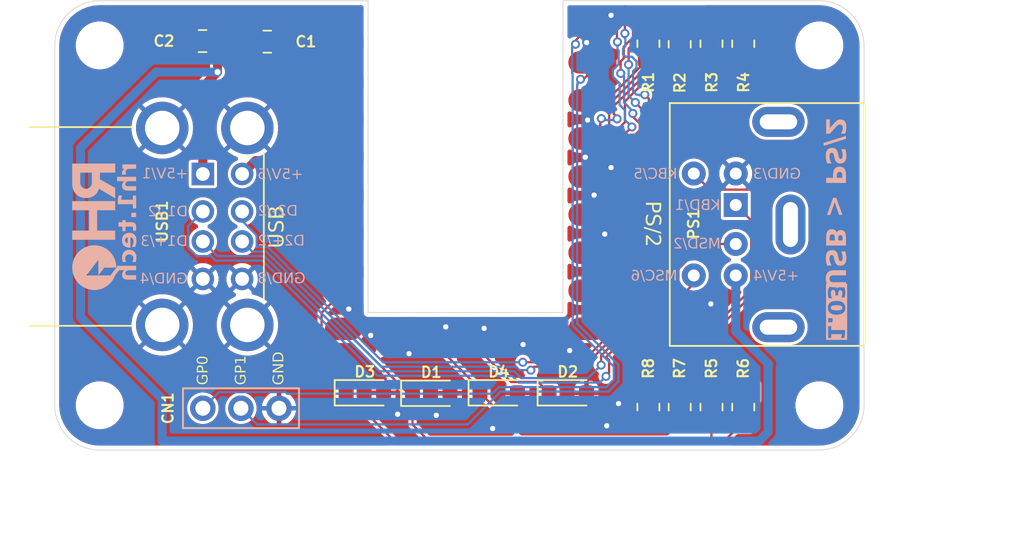
<source format=kicad_pcb>
(kicad_pcb (version 20241229) (generator "pcbnew") (generator_version "9.0")
  (title_block (title "USB to PS/2 Adapter") (date "2025-03-09") (rev "1.03") (company "Mikhail Matveev") (comment 1 "https://github.com/xtremespb/frank"))
  (layers (0 "F.Cu" signal) (2 "B.Cu" signal) (13 "F.Paste" user) (15 "B.Paste" user) (5 "F.SilkS" user "F.Silkscreen") (7 "B.SilkS" user "B.Silkscreen") (1 "F.Mask" user) (3 "B.Mask" user) (25 "Edge.Cuts" user))
  (net 0 "")
  (net 1 "VBUS")
  (net 2 "GND")
  (net 3 "/GPIO0")
  (net 4 "/GPIO1")
  (net 5 "/GPIO11")
  (net 6 "/GPIO12")
  (net 7 "/GPIO14")
  (net 8 "/GPIO15")
  (net 9 "/PS2 with Diodes/KB_CLK")
  (net 10 "/PS2 with Diodes/MS_CLK")
  (net 11 "/PS2 with Diodes/KB_DATA")
  (net 12 "/PS2 with Diodes/MS_DATA")
  (net 13 "/GPIO2")
  (net 14 "Net-(USB1-D1+)")
  (net 15 "Net-(USB1-D2+)")
  (net 16 "/GPIO4")
  (net 17 "Net-(USB1-D1-)")
  (net 18 "/GPIO3")
  (net 19 "Net-(USB1-D2-)")
  (net 20 "/GPIO5")
  (net 21 "/RP Zero/GPIO27")
  (net 22 "/RP Zero/GPIO28")
  (net 23 "/RP Zero/GPIO7")
  (net 24 "/RP Zero/GPIO26")
  (net 25 "/RP Zero/GPIO9")
  (net 26 "/RP Zero/GPIO29")
  (net 27 "/RP Zero/GPIO13")
  (net 28 "/RP Zero/GPIO8")
  (net 29 "/RP Zero/GPIO6")
  (net 30 "/RP Zero/GPIO10")
  (net 31 "/RP Zero/3V3")
  (footprint "FRANK:Diode (SOD-323)" (layer "F.Cu") (at 148.35 55.26)
    (property "Reference" "D3")
    (property "Value" "3V3")
  )
  (footprint "FRANK:Diode (SOD-323)" (layer "F.Cu") (at 152.78 55.29)
    (property "Reference" "D1")
    (property "Value" "3V3")
  )
  (footprint "FRANK:Resistor (0805)" (layer "F.Cu") (at 167.27 31.97 90)
    (property "Reference" "R1")
    (property "Value" "22R")
  )
  (footprint "FRANK:Diode (SOD-323)" (layer "F.Cu") (at 161.89 55.26)
    (property "Reference" "D2")
    (property "Value" "3V3")
  )
  (footprint "FRANK:Resistor (0805)" (layer "F.Cu") (at 171.48 56.21 -90)
    (property "Reference" "R5")
    (property "Value" "100R")
  )
  (footprint "FRANK:Resistor (0805)" (layer "F.Cu") (at 169.36 32 90)
    (property "Reference" "R2")
    (property "Value" "22R")
  )
  (footprint "FRANK:Mounting Hole (2.7mm)" (layer "F.Cu") (at 178.68 56.09)
    (property "Reference" "H4" (hide yes))
    (property "Value" "MountingHole" (hide yes))
  )
  (footprint "FRANK:Mounting Hole (2.7mm)" (layer "F.Cu") (at 130.66 32.08)
    (property "Reference" "H1" (hide yes))
    (property "Value" "MountingHole" (hide yes))
  )
  (footprint "FRANK:Pin Header (1x03)" (layer "F.Cu") (at 137.542316 56.29 90)
    (property "Reference" "CN1")
    (property "Value" "UART")
  )
  (footprint "FRANK:Capacitor (0805)" (layer "F.Cu") (at 141.8425 31.83)
    (property "Reference" "C1")
    (property "Value" "10u")
  )
  (footprint "FRANK:Resistor (0805)" (layer "F.Cu") (at 171.48 31.97 90)
    (property "Reference" "R3")
    (property "Value" "22R")
  )
  (footprint "FRANK:Resistor (0805)" (layer "F.Cu") (at 173.6 31.97 90)
    (property "Reference" "R4")
    (property "Value" "22R")
  )
  (footprint "FRANK:Mounting Hole (2.7mm)" (layer "F.Cu") (at 178.68 32.08)
    (property "Reference" "H3" (hide yes))
    (property "Value" "MountingHole" (hide yes))
  )
  (footprint "FRANK:Capacitor (0805)" (layer "F.Cu") (at 137.5225 31.79 180)
    (property "Reference" "C2")
    (property "Value" "10u")
  )
  (footprint "FRANK:Resistor (0805)" (layer "F.Cu") (at 169.36 56.21 -90)
    (property "Reference" "R7")
    (property "Value" "100R")
  )
  (footprint "FRANK:MiniDIN (6 Pin, female)" (layer "F.Cu") (at 173.1 42.73 90)
    (property "Reference" "PS1")
    (property "Value" "PS/2")
  )
  (footprint "FRANK:Diode (SOD-323)" (layer "F.Cu") (at 157.2825 55.26)
    (property "Reference" "D4")
    (property "Value" "3V3")
  )
  (footprint "FRANK:Resistor (0805)" (layer "F.Cu") (at 173.6 56.21 -90)
    (property "Reference" "R6")
    (property "Value" "100R")
  )
  (footprint "FRANK:Resistor (0805)" (layer "F.Cu") (at 167.27 56.21 -90)
    (property "Reference" "R8")
    (property "Value" "100R")
  )
  (footprint "FRANK:USB Type A (stacked)" (layer "F.Cu") (at 137.542316 40.659998)
    (property "Reference" "USB1")
    (property "Value" "USB_A_Stacked" (hide yes))
  )
  (footprint "FRANK:Raspberry Pi Zero (on board)" (layer "F.Cu") (at 155.06 40.83)
    (property "Reference" "RP1" (hide yes))
    (property "Value" "RP 2040 Zero" (hide yes))
  )
  (footprint "FRANK:Mounting Hole (2.7mm)" (layer "F.Cu") (at 130.66 56.09)
    (property "Reference" "H2" (hide yes))
    (property "Value" "MountingHole" (hide yes))
  )
  (gr_poly (pts (xy 128.82906 46.981696) (xy 128.833867 47.054918) (xy 128.842256 47.127546) (xy 128.854178 47.199458) (xy 128.869584 47.270531) (xy 128.888424 47.340642) (xy 128.910648 47.409669) (xy 128.936207 47.477487) (xy 128.96505 47.543976) (xy 128.997127 47.609011) (xy 129.03239 47.67247) (xy 129.070788 47.73423) (xy 129.112272 47.794168) (xy 129.156791 47.852161) (xy 129.204296 47.908087) (xy 129.254738 47.961823) (xy 129.307786 48.012986) (xy 129.363065 48.061243) (xy 129.420451 48.106543) (xy 129.479823 48.148833) (xy 129.541058 48.188062) (xy 129.604034 48.22418) (xy 129.668628 48.257134) (xy 129.73472 48.286874) (xy 129.802186 48.313347) (xy 129.870905 48.336502) (xy 129.940754 48.356289) (xy 130.011611 48.372655) (xy 130.083353 48.385549) (xy 130.155859 48.39492) (xy 130.229007 48.400716) (xy 130.302674 48.402886) (xy 130.387596 48.400359) (xy 130.471724 48.392968) (xy 130.554871 48.380803) (xy 130.636855 48.363955) (xy 130.71749 48.342517) (xy 130.796591 48.316579) (xy 130.873974 48.286233) (xy 130.949454 48.25157) (xy 131.022845 48.21268) (xy 131.093964 48.169657) (xy 131.162626 48.12259) (xy 131.228646 48.07157) (xy 131.291839 48.016691) (xy 131.35202 47.958041) (xy 131.409005 47.895714) (xy 131.462608 47.829799) (xy 131.497039 47.783418) (xy 131.529614 47.735794) (xy 131.5603 47.686982) (xy 131.589069 47.637041) (xy 131.615887 47.586025) (xy 131.640724 47.533993) (xy 131.663548 47.481) (xy 131.684329 47.427104) (xy 131.737246 47.3599) (xy 132.085967 46.910109) (xy 131.775346 46.910109) (xy 131.774287 46.910109) (xy 131.544628 47.206971) (xy 131.425566 47.3599) (xy 131.372649 47.427104) (xy 129.767688 47.427104) (xy 130.168267 46.910109) (xy 130.511696 46.467727) (xy 130.570433 46.392056) (xy 130.570433 46.91011) (xy 131.258349 46.022699) (xy 131.291687 45.979836) (xy 131.258879 46.022699) (xy 131.205962 46.092019) (xy 130.570962 46.91011) (xy 130.969421 46.91011) (xy 131.564204 46.143876) (xy 131.556259 46.130176) (xy 131.548264 46.116823) (xy 131.540169 46.103767) (xy 131.531926 46.09096) (xy 131.513481 46.062905) (xy 131.494413 46.035286) (xy 131.47473 46.008113) (xy 131.454439 45.981396) (xy 131.433548 45.955145) (xy 131.412065 45.929371) (xy 131.389998 45.904084) (xy 131.367356 45.879293) (xy 131.367354 45.879293) (xy 131.343517 45.854459) (xy 131.319133 45.830208) (xy 131.294213 45.806548) (xy 131.268769 45.783488) (xy 131.242812 45.761036) (xy 131.216353 45.7392) (xy 131.189404 45.717989) (xy 131.161976 45.69741) (xy 131.13408 45.677473) (xy 131.105728 45.658185) (xy 131.076931 45.639554) (xy 131.0477 45.621589) (xy 131.018046 45.604298) (xy 130.987981 45.587689) (xy 130.957517 45.571771) (xy 130.926664 45.556551) (xy 130.889795 45.539599) (xy 130.852518 45.523704) (xy 130.814856 45.508873) (xy 130.776831 45.495111) (xy 130.738467 45.482423) (xy 130.699785 45.470814) (xy 130.66081 45.460289) (xy 130.621563 45.450853) (xy 130.582068 45.442512) (xy 130.542347 45.435272) (xy 130.502423 45.429136) (xy 130.462319 45.42411) (xy 130.422057 45.4202) (xy 130.381661 45.41741) (xy 130.341154 45.415746) (xy 130.300557 45.415213) (xy 130.227028 45.417482) (xy 130.15402 45.423363) (xy 130.081656 45.432805) (xy 130.010056 45.445756) (xy 129.939343 45.462166) (xy 129.869638 45.481984) (xy 129.801062 45.505157) (xy 129.733736 45.531635) (xy 129.667783 45.561367) (xy 129.603323 45.5943) (xy 129.540479 45.630386) (xy 129.479371 45.66957) (xy 129.420121 45.711804) (xy 129.362851 45.757035) (xy 129.307681 45.805212) (xy 129.254734 45.856284) (xy 129.204385 45.909919) (xy 129.156961 45.965737) (xy 129.112511 46.023615) (xy 129.071085 46.083432) (xy 129.032732 46.145066) (xy 128.997503 46.208394) (xy 128.965446 46.273294) (xy 128.936612 46.339644) (xy 128.911049 46.407322) (xy 128.888808 46.476206) (xy 128.869938 46.546174) (xy 128.854488 46.617103) (xy 128.842509 46.688871) (xy 128.834049 46.761357) (xy 128.829159 46.834438) (xy 128.827887 46.907991) (xy 128.827887 46.908004)) (stroke (width -0.000001)) (fill yes) (layer "B.SilkS"))
  (gr_poly (pts (xy 128.82585 41.358434) (xy 128.829234 41.412427) (xy 128.834819 41.465012) (xy 128.842558 41.516166) (xy 128.852407 41.565863) (xy 128.86432 41.614079) (xy 128.878252 41.660789) (xy 128.894157 41.705969) (xy 128.91199 41.749594) (xy 128.931705 41.79164) (xy 128.953257 41.832081) (xy 128.976601 41.870894) (xy 129.001691 41.908053) (xy 129.028481 41.943534) (xy 129.056926 41.977312) (xy 129.086981 42.009363) (xy 129.1186 42.039663) (xy 129.151738 42.068186) (xy 129.186349 42.094908) (xy 129.222389 42.119804) (xy 129.259811 42.14285) (xy 129.298569 42.164021) (xy 129.33862 42.183293) (xy 129.379916 42.20064) (xy 129.422413 42.216039) (xy 129.466066 42.229465) (xy 129.510828 42.240892) (xy 129.556655 42.250297) (xy 129.6035 42.257655) (xy 129.651319 42.262941) (xy 129.700067 42.266131) (xy 129.749696 42.2672) (xy 129.79658 42.266279) (xy 129.842084 42.263558) (xy 129.886217 42.259095) (xy 129.928985 42.25295) (xy 129.970396 42.245183) (xy 130.010456 42.235851) (xy 130.049172 42.225016) (xy 130.086552 42.212737) (xy 130.122602 42.199072) (xy 130.157331 42.184081) (xy 130.190744 42.167824) (xy 130.222848 42.15036) (xy 130.253652 42.131749) (xy 130.283162 42.112049) (xy 130.338328 42.069622) (xy 130.388402 42.023555) (xy 130.433442 41.974323) (xy 130.473504 41.922402) (xy 130.508645 41.868266) (xy 130.538921 41.81239) (xy 130.564388 41.755251) (xy 130.585104 41.697322) (xy 130.601125 41.639079) (xy 131.693854 42.284133) (xy 131.694384 41.584575) (xy 130.676796 41.019425) (xy 130.676796 40.57175) (xy 131.696499 40.57175) (xy 131.696499 39.961092) (xy 130.137045 39.961092) (xy 130.137045 40.57175) (xy 130.137045 41.214158) (xy 130.136613 41.236852) (xy 130.135323 41.259179) (xy 130.133186 41.281115) (xy 130.130212 41.302638) (xy 130.126413 41.323723) (xy 130.121798 41.344349) (xy 130.116379 41.364492) (xy 130.110165 41.384128) (xy 130.103168 41.403235) (xy 130.095397 41.42179) (xy 130.086864 41.439768) (xy 130.077579 41.457148) (xy 130.067552 41.473906) (xy 130.056795 41.490018) (xy 130.045317 41.505462) (xy 130.03313 41.520215) (xy 130.020244 41.534253) (xy 130.006668 41.547553) (xy 129.992415 41.560092) (xy 129.977494 41.571847) (xy 129.961917 41.582795) (xy 129.945692 41.592912) (xy 129.928833 41.602175) (xy 129.911347 41.610562) (xy 129.893248 41.618049) (xy 129.874544 41.624612) (xy 129.855246 41.63023) (xy 129.835365 41.634878) (xy 129.814912 41.638533) (xy 129.793898 41.641173) (xy 129.772331 41.642774) (xy 129.750224 41.643312) (xy 129.750226 41.6449) (xy 129.727885 41.644361) (xy 129.706111 41.64276) (xy 129.684914 41.64012) (xy 129.664302 41.636463) (xy 129.644287 41.631813) (xy 129.624875 41.626193) (xy 129.606078 41.619625) (xy 129.587904 41.612133) (xy 129.570362 41.603739) (xy 129.553463 41.594467) (xy 129.537214 41.584339) (xy 129.521626 41.573379) (xy 129.506707 41.561608) (xy 129.492468 41.549052) (xy 129.478917 41.535731) (xy 129.466063 41.52167) (xy 129.453917 41.506891) (xy 129.442486 41.491417) (xy 129.431782 41.475272) (xy 129.421812 41.458477) (xy 129.412586 41.441057) (xy 129.404113 41.423033) (xy 129.396404 41.40443) (xy 129.389466 41.385269) (xy 129.38331 41.365574) (xy 129.377944 41.345369) (xy 129.373379 41.324675) (xy 129.369622 41.303516) (xy 129.366685 41.281915) (xy 129.364575 41.259894) (xy 129.363302 41.237477) (xy 129.362876 41.214687) (xy 129.362876 40.57175) (xy 130.137045 40.57175) (xy 130.137045 39.961092) (xy 128.824712 39.961092) (xy 128.824712 41.303059)) (stroke (width -0.000001)) (fill yes) (layer "B.SilkS"))
  (gr_poly (pts (xy 130.969954 46.907991) (xy 130.568846 46.907991) (xy 130.568846 47.424987)) (stroke (width -0.000001)) (fill yes) (layer "B.SilkS"))
  (gr_poly (pts (xy 131.328729 46.907991) (xy 131.772701 46.907991) (xy 131.771944 46.857526) (xy 131.769499 46.807214) (xy 131.765377 46.757096) (xy 131.75959 46.707214) (xy 131.752147 46.657607) (xy 131.74306 46.608317) (xy 131.73234 46.559384) (xy 131.719999 46.510848) (xy 131.706046 46.462751) (xy 131.690494 46.415133) (xy 131.673354 46.368034) (xy 131.654636 46.321496) (xy 131.634351 46.275558) (xy 131.612511 46.230262) (xy 131.589127 46.185648) (xy 131.564209 46.141756) (xy 130.969425 46.907991)) (stroke (width -0.000001)) (fill yes) (layer "B.SilkS"))
  (gr_poly (pts (xy 129.951837 43.079999) (xy 129.951837 44.435195) (xy 128.824712 44.435195) (xy 128.824712 45.050087) (xy 131.693854 45.050087) (xy 131.694384 44.435195) (xy 130.49 44.435195) (xy 130.49 43.08) (xy 131.694384 43.08) (xy 131.694384 42.468812) (xy 128.824712 42.468812) (xy 128.824712 43.079999)) (stroke (width -0.000001)) (fill yes) (layer "B.SilkS"))
  (gr_line (start 161.57 29.099962) (end 178.66 29.1) (stroke (width 0.05)) (layer "Edge.Cuts"))
  (gr_line (start 161.57 49.9) (end 161.57 29.099962) (stroke (width 0.05)) (layer "Edge.Cuts"))
  (gr_arc (start 181.66 56.08) (mid 180.78132 58.20132) (end 178.66 59.08) (stroke (width 0.05)) (layer "Edge.Cuts"))
  (gr_arc (start 127.66 32.1) (mid 128.53868 29.97868) (end 130.66 29.1) (stroke (width 0.05)) (layer "Edge.Cuts"))
  (gr_arc (start 178.66 29.1) (mid 180.78132 29.97868) (end 181.66 32.1) (stroke (width 0.05)) (layer "Edge.Cuts"))
  (gr_line (start 148.57 29.1) (end 148.57 49.9) (stroke (width 0.05)) (layer "Edge.Cuts"))
  (gr_line (start 130.66 29.1) (end 148.57 29.1) (stroke (width 0.05)) (layer "Edge.Cuts"))
  (gr_line (start 148.57 49.9) (end 161.57 49.9) (stroke (width 0.05)) (layer "Edge.Cuts"))
  (gr_line (start 181.66 32.1) (end 181.66 56.08) (stroke (width 0.05)) (layer "Edge.Cuts"))
  (gr_line (start 130.66 59.08) (end 178.66 59.08) (stroke (width 0.05)) (layer "Edge.Cuts"))
  (gr_arc (start 130.66 59.08) (mid 128.53868 58.20132) (end 127.66 56.08) (stroke (width 0.05)) (layer "Edge.Cuts"))
  (gr_line (start 127.66 32.1) (end 127.66 56.08) (stroke (width 0.05)) (layer "Edge.Cuts"))
  (gr_text "GP1" (at 140.1 54.75 90) (layer "F.SilkS") (effects (font (size 0.7 0.7) (thickness 0.125)) (justify left)))
  (gr_text "GND" (at 142.62 54.75 90) (layer "F.SilkS") (effects (font (size 0.7 0.7) (thickness 0.125)) (justify left)))
  (gr_text "PS/2" (at 167.52 43.99 270) (layer "F.SilkS") (effects (font (size 1 1) (thickness 0.125))))
  (gr_text "GP0" (at 137.56 54.75 90) (layer "F.SilkS") (effects (font (size 0.7 0.7) (thickness 0.125)) (justify left)))
  (gr_text "USB" (at 142.51 44.19 90) (layer "F.SilkS") (effects (font (size 1 1) (thickness 0.125))))
  (gr_text "D1-/2" (at 136.54 43.19 0) (layer "B.SilkS") (effects (font (size 0.7 0.7) (thickness 0.125)) (justify left mirror)))
  (gr_text "1.03" (at 179.08 51.78 270) (layer "B.SilkS" knockout) (effects (font (size 1.1 1.1) (thickness 0.22) (bold yes)) (justify left bottom mirror)))
  (gr_text "D2-/2" (at 141.19 43.15 0) (layer "B.SilkS") (effects (font (size 0.7 0.7) (thickness 0.125)) (justify right mirror)))
  (gr_text "KBD/1" (at 172.07 42.77 0) (layer "B.SilkS") (effects (font (size 0.7 0.7) (thickness 0.125)) (justify left mirror)))
  (gr_text "rh1.tech" (at 133.29585 39.878434 90) (layer "B.SilkS") (effects (font (size 1.2 1.2) (thickness 0.3) (bold yes)) (justify left bottom mirror)))
  (gr_text "GND/4" (at 136.53 47.67 0) (layer "B.SilkS") (effects (font (size 0.7 0.7) (thickness 0.125)) (justify left mirror)))
  (gr_text "GND/8" (at 141.19 47.65 0) (layer "B.SilkS") (effects (font (size 0.7 0.7) (thickness 0.125)) (justify right mirror)))
  (gr_text "+5V/4" (at 174.25 47.48 0) (layer "B.SilkS") (effects (font (size 0.7 0.7) (thickness 0.125)) (justify right mirror)))
  (gr_text "USB > PS/2\n" (at 178.91 42.62 270) (layer "B.SilkS") (effects (font (size 1.3 1.3) (thickness 0.22) (bold yes)) (justify bottom mirror)))
  (gr_text "MSD/2" (at 172.09 45.34 0) (layer "B.SilkS") (effects (font (size 0.7 0.7) (thickness 0.125)) (justify left mirror)))
  (gr_text "GND/3" (at 174.25 40.68 0) (layer "B.SilkS") (effects (font (size 0.7 0.7) (thickness 0.125)) (justify right mirror)))
  (gr_text "+5V/1" (at 136.55 40.659998 0) (layer "B.SilkS") (effects (font (size 0.7 0.7) (thickness 0.125)) (justify left mirror)))
  (gr_text "D1+/3" (at 136.53 45.17 0) (layer "B.SilkS") (effects (font (size 0.7 0.7) (thickness 0.125)) (justify left mirror)))
  (gr_text "MSC/6" (at 169.2 47.48 0) (layer "B.SilkS") (effects (font (size 0.7 0.7) (thickness 0.125)) (justify left mirror)))
  (gr_text "+5V/5" (at 141.17 40.7 0) (layer "B.SilkS") (effects (font (size 0.7 0.7) (thickness 0.125)) (justify right mirror)))
  (gr_text "KBC/5" (at 169.2 40.68 0) (layer "B.SilkS") (effects (font (size 0.7 0.7) (thickness 0.125)) (justify left mirror)))
  (gr_text "D2+/2" (at 141.19 45.14 0) (layer "B.SilkS") (effects (font (size 0.7 0.7) (thickness 0.125)) (justify right mirror)))
  (segment (start 143.54 37.95) (end 141.72 39.77) (width 0.6) (layer "F.Cu") (net 1))
  (segment (start 137.542316 34.837684) (end 137.542316 40.659998) (width 0.6) (layer "F.Cu") (net 1))
  (segment (start 143.54 34.565) (end 143.54 37.95) (width 0.6) (layer "F.Cu") (net 1))
  (segment (start 138.52 33.86) (end 138.52 31.83) (width 0.6) (layer "F.Cu") (net 1))
  (segment (start 141.72 39.77) (end 141.052314 39.77) (width 0.6) (layer "F.Cu") (net 1))
  (segment (start 140.805 31.83) (end 143.54 34.565) (width 0.6) (layer "F.Cu") (net 1))
  (segment (start 140.805 31.83) (end 141.981 30.654) (width 0.6) (layer "F.Cu") (net 1))
  (segment (start 138.52 33.86) (end 137.542316 34.837684) (width 0.6) (layer "F.Cu") (net 1))
  (segment (start 141.981 30.654) (end 146.924 30.654) (width 0.6) (layer "F.Cu") (net 1))
  (segment (start 141.052314 39.77) (end 140.162316 40.659998) (width 0.6) (layer "F.Cu") (net 1))
  (segment (start 138.56 31.79) (end 140.765 31.79) (width 0.6) (layer "F.Cu") (net 1))
  (via (at 138.52 33.86) (size 0.6) (drill 0.4) (layers "F.Cu" "B.Cu") (net 1))
  (segment (start 175.3 53.35) (end 173.1 51.15) (width 0.6) (layer "B.Cu") (net 1))
  (segment (start 174.651 58.479) (end 175.26 57.87) (width 0.6) (layer "B.Cu") (net 1))
  (segment (start 129.38 38.91) (end 129.38 50.21) (width 0.6) (layer "B.Cu") (net 1))
  (segment (start 175.26 53.39) (end 175.3 53.35) (width 0.6) (layer "B.Cu") (net 1))
  (segment (start 134.83 55.66) (end 134.83 58.479) (width 0.6) (layer "B.Cu") (net 1))
  (segment (start 173.1 51.15) (end 173.1 47.43) (width 0.6) (layer "B.Cu") (net 1))
  (segment (start 138.52 33.86) (end 134.43 33.86) (width 0.6) (layer "B.Cu") (net 1))
  (segment (start 175.26 57.87) (end 175.26 53.39) (width 0.6) (layer "B.Cu") (net 1))
  (segment (start 129.38 50.21) (end 134.83 55.66) (width 0.6) (layer "B.Cu") (net 1))
  (segment (start 134.83 58.479) (end 174.651 58.479) (width 0.6) (layer "B.Cu") (net 1))
  (segment (start 134.43 33.86) (end 129.38 38.91) (width 0.6) (layer "B.Cu") (net 1))
  (via (at 163.22 37.06) (size 0.6) (drill 0.35) (layers "F.Cu" "B.Cu") (net 2))
  (via (at 163.15 31.89) (size 0.6) (drill 0.35) (layers "F.Cu" "B.Cu") (net 2))
  (via (at 151.3 52.65) (size 0.6) (drill 0.35) (layers "F.Cu" "B.Cu") (net 2))
  (via (at 150.54 56.69) (size 0.6) (drill 0.35) (layers "F.Cu" "B.Cu") (net 2))
  (via (at 171.44 49.33) (size 0.6) (drill 0.35) (layers "F.Cu" "B.Cu") (net 2))
  (via (at 147.28 49.67) (size 0.6) (drill 0.35) (layers "F.Cu" "B.Cu") (net 2))
  (via (at 158.91 52.04) (size 0.6) (drill 0.35) (layers "F.Cu" "B.Cu") (net 2))
  (via (at 164.36 44.67) (size 0.6) (drill 0.35) (layers "F.Cu" "B.Cu") (net 2))
  (via (at 164.78 30.07) (size 0.6) (drill 0.35) (layers "F.Cu" "B.Cu") (net 2))
  (via (at 153.12 56.76) (size 0.6) (drill 0.35) (layers "F.Cu" "B.Cu") (net 2))
  (via (at 163.65 42.07) (size 0.6) (drill 0.35) (layers "F.Cu" "B.Cu") (net 2))
  (via (at 162.02 52.44) (size 0.6) (drill 0.35) (layers "F.Cu" "B.Cu") (net 2))
  (via (at 156.31 50.96) (size 0.6) (drill 0.35) (layers "F.Cu" "B.Cu") (net 2))
  (via (at 163.06 39.54) (size 0.6) (drill 0.35) (layers "F.Cu" "B.Cu") (net 2))
  (via (at 156.88 57.64) (size 0.6) (drill 0.35) (layers "F.Cu" "B.Cu") (net 2))
  (via (at 165.28 55.98) (size 0.6) (drill 0.35) (layers "F.Cu" "B.Cu") (net 2))
  (via (at 164.49 57.46) (size 0.6) (drill 0.35) (layers "F.Cu" "B.Cu") (net 2))
  (via (at 164.78 40.23) (size 0.6) (drill 0.35) (layers "F.Cu" "B.Cu") (net 2))
  (via (at 153.75 50.86) (size 0.6) (drill 0.35) (layers "F.Cu" "B.Cu") (net 2))
  (via (at 148.74 51.43) (size 0.6) (drill 0.35) (layers "F.Cu" "B.Cu") (net 2))
  (segment (start 162.408574 31.750761) (end 163.18 30.979335) (width 0.15) (layer "F.Cu") (net 3))
  (segment (start 162.408574 32.003099) (end 162.408574 31.750761) (width 0.15) (layer "F.Cu") (net 3))
  (via (at 162.408574 32.003099) (size 0.6) (drill 0.35) (layers "F.Cu" "B.Cu") (net 3))
  (segment (start 164.465877 54.878) (end 157.286322 54.878) (width 0.15) (layer "B.Cu") (net 3))
  (segment (start 143.17401 55.32) (end 143.06801 55.214) (width 0.15) (layer "B.Cu") (net 3))
  (segment (start 162.408574 32.003099) (end 162.181948 32.229725) (width 0.15) (layer "B.Cu") (net 3))
  (segment (start 157.286322 54.878) (end 156.844322 55.32) (width 0.15) (layer "B.Cu") (net 3))
  (segment (start 162.216295 50.762418) (end 164.966 53.512123) (width 0.15) (layer "B.Cu") (net 3))
  (segment (start 162.216295 33.963705) (end 162.216295 50.762418) (width 0.15) (layer "B.Cu") (net 3))
  (segment (start 143.06801 55.214) (end 138.618316 55.214) (width 0.15) (layer "B.Cu") (net 3))
  (segment (start 162.185189 33.932599) (end 162.216295 33.963705) (width 0.15) (layer "B.Cu") (net 3))
  (segment (start 162.181948 32.229725) (end 162.185189 33.932599) (width 0.15) (layer "B.Cu") (net 3))
  (segment (start 138.618316 55.214) (end 137.542316 56.29) (width 0.15) (layer "B.Cu") (net 3))
  (segment (start 156.844322 55.32) (end 143.17401 55.32) (width 0.15) (layer "B.Cu") (net 3))
  (segment (start 164.966 53.512123) (end 164.966 54.377877) (width 0.15) (layer "B.Cu") (net 3))
  (segment (start 164.966 54.377877) (end 164.465877 54.878) (width 0.15) (layer "B.Cu") (net 3))
  (segment (start 162.95 34.34) (end 163.18 34.11) (width 0.15) (layer "F.Cu") (net 4))
  (segment (start 163.18 34.11) (end 163.18 33.21) (width 0.15) (layer "F.Cu") (net 4))
  (segment (start 162.741295 34.34) (end 162.95 34.34) (width 0.15) (layer "F.Cu") (net 4))
  (via (at 162.741295 34.34) (size 0.6) (drill 0.35) (layers "F.Cu" "B.Cu") (net 4))
  (segment (start 162.517295 34.702705) (end 162.517295 50.63774) (width 0.15) (layer "B.Cu") (net 4))
  (segment (start 162.517295 50.63774) (end 165.267 53.387445) (width 0.15) (layer "B.Cu") (net 4))
  (segment (start 165.267 54.502555) (end 164.590555 55.179) (width 0.15) (layer "B.Cu") (net 4))
  (segment (start 162.741295 34.34) (end 162.55 34.531295) (width 0.15) (layer "B.Cu") (net 4))
  (segment (start 141.158316 57.366) (end 140.082316 56.29) (width 0.15) (layer "B.Cu") (net 4))
  (segment (start 162.55 34.531295) (end 162.55 34.67) (width 0.15) (layer "B.Cu") (net 4))
  (segment (start 157.411 55.179) (end 155.224 57.366) (width 0.15) (layer "B.Cu") (net 4))
  (segment (start 155.224 57.366) (end 141.158316 57.366) (width 0.15) (layer "B.Cu") (net 4))
  (segment (start 164.590555 55.179) (end 157.411 55.179) (width 0.15) (layer "B.Cu") (net 4))
  (segment (start 165.267 53.387445) (end 165.267 54.502555) (width 0.15) (layer "B.Cu") (net 4))
  (segment (start 162.55 34.67) (end 162.517295 34.702705) (width 0.15) (layer "B.Cu") (net 4))
  (segment (start 162.19 56.81) (end 160.64 55.26) (width 0.15) (layer "F.Cu") (net 5))
  (segment (start 160.64 55.26) (end 159.914 54.534) (width 0.15) (layer "F.Cu") (net 5))
  (segment (start 158.104 54.534) (end 155.06 51.49) (width 0.15) (layer "F.Cu") (net 5))
  (segment (start 159.914 54.534) (end 158.104 54.534) (width 0.15) (layer "F.Cu") (net 5))
  (segment (start 166.87 56.81) (end 162.19 56.81) (width 0.15) (layer "F.Cu") (net 5))
  (segment (start 169.36 57.21) (end 168.534 58.036) (width 0.15) (layer "F.Cu") (net 6))
  (segment (start 156.0325 55.0025) (end 152.52 51.49) (width 0.15) (layer "F.Cu") (net 6))
  (segment (start 158.8085 58.036) (end 156.0325 55.26) (width 0.15) (layer "F.Cu") (net 6))
  (segment (start 168.534 58.036) (end 158.8085 58.036) (width 0.15) (layer "F.Cu") (net 6))
  (segment (start 151.24 55.29) (end 146.94 50.99) (width 0.15) (layer "F.Cu") (net 7))
  (segment (start 171.48 58.27) (end 171.347 58.403) (width 0.15) (layer "F.Cu") (net 7))
  (segment (start 152.55 58.403) (end 151.53 57.383) (width 0.15) (layer "F.Cu") (net 7))
  (segment (start 171.48 57.21) (end 171.48 58.27) (width 0.15) (layer "F.Cu") (net 7))
  (segment (start 171.347 58.403) (end 152.55 58.403) (width 0.15) (layer "F.Cu") (net 7))
  (segment (start 151.53 57.383) (end 151.53 55.29) (width 0.15) (layer "F.Cu") (net 7))
  (segment (start 145.464 49.926) (end 146.94 48.45) (width 0.15) (layer "F.Cu") (net 8))
  (segment (start 150.544 58.704) (end 147.1 55.26) (width 0.15) (layer "F.Cu") (net 8))
  (segment (start 172.106 58.704) (end 150.544 58.704) (width 0.15) (layer "F.Cu") (net 8))
  (segment (start 145.464 53.624) (end 145.464 49.926) (width 0.15) (layer "F.Cu") (net 8))
  (segment (start 147.1 55.26) (end 145.464 53.624) (width 0.15) (layer "F.Cu") (net 8))
  (segment (start 173.6 57.21) (end 172.106 58.704) (width 0.15) (layer "F.Cu") (net 8))
  (segment (start 171.374 41.704) (end 170.3 40.63) (width 0.15) (layer "F.Cu") (net 9))
  (segment (start 168.6 54.45) (end 168.6 54.305678) (width 0.15) (layer "F.Cu") (net 9))
  (segment (start 174.126 41.704) (end 171.374 41.704) (width 0.15) (layer "F.Cu") (net 9))
  (segment (start 169.36 55.21) (end 168.6 54.45) (width 0.15) (layer "F.Cu") (net 9))
  (segment (start 174.431 48.474678) (end 174.431 42.009) (width 0.15) (layer "F.Cu") (net 9))
  (segment (start 174.431 42.009) (end 174.126 41.704) (width 0.15) (layer "F.Cu") (net 9))
  (segment (start 168.6 54.305678) (end 174.431 48.474678) (width 0.15) (layer "F.Cu") (net 9))
  (segment (start 166.344 51.926) (end 166.344 55.764094) (width 0.15) (layer "F.Cu") (net 10))
  (segment (start 172.774 56.036) (end 173.6 55.21) (width 0.15) (layer "F.Cu") (net 10))
  (segment (start 166.615906 56.036) (end 172.774 56.036) (width 0.15) (layer "F.Cu") (net 10))
  (segment (start 170.3 47.97) (end 166.344 51.926) (width 0.15) (layer "F.Cu") (net 10))
  (segment (start 166.344 55.764094) (end 166.615906 56.036) (width 0.15) (layer "F.Cu") (net 10))
  (segment (start 174.13 48.35) (end 174.13 43.76) (width 0.15) (layer "F.Cu") (net 11))
  (segment (start 167.27 55.21) (end 174.13 48.35) (width 0.15) (layer "F.Cu") (net 11))
  (segment (start 174.13 43.76) (end 173.1 42.73) (width 0.15) (layer "F.Cu") (net 11))
  (segment (start 174.526 54.655906) (end 174.526 55.764094) (width 0.15) (layer "F.Cu") (net 12))
  (segment (start 174.254094 54.384) (end 174.526 54.655906) (width 0.15) (layer "F.Cu") (net 12))
  (segment (start 169.274 48.570322) (end 169.274 47.005016) (width 0.15) (layer "F.Cu") (net 12))
  (segment (start 172.306 54.384) (end 174.254094 54.384) (width 0.15) (layer "F.Cu") (net 12))
  (segment (start 169.274 47.005016) (end 170.949016 45.33) (width 0.15) (layer "F.Cu") (net 12))
  (segment (start 170.949016 45.33) (end 173.1 45.33) (width 0.15) (layer "F.Cu") (net 12))
  (segment (start 173.953094 56.337) (end 166.491228 56.337) (width 0.15) (layer "F.Cu") (net 12))
  (segment (start 166.043 55.888772) (end 166.043 51.801322) (width 0.15) (layer "F.Cu") (net 12))
  (segment (start 166.043 51.801322) (end 169.274 48.570322) (width 0.15) (layer "F.Cu") (net 12))
  (segment (start 171.48 55.21) (end 172.306 54.384) (width 0.15) (layer "F.Cu") (net 12))
  (segment (start 174.526 55.764094) (end 173.953094 56.337) (width 0.15) (layer "F.Cu") (net 12))
  (segment (start 166.491228 56.337) (end 166.043 55.888772) (width 0.15) (layer "F.Cu") (net 12))
  (segment (start 164.49 35.75) (end 163.18 35.75) (width 0.15) (layer "F.Cu") (net 13))
  (segment (start 167.27 32.97) (end 164.49 35.75) (width 0.15) (layer "F.Cu") (net 13))
  (segment (start 166.398878 35.888387) (end 166.996271 36.48578) (width 0.15) (layer "F.Cu") (net 14))
  (segment (start 167.27 30.97) (end 165.95 32.29) (width 0.15) (layer "F.Cu") (net 14))
  (segment (start 165.95 32.29) (end 165.95 33.36) (width 0.15) (layer "F.Cu") (net 14))
  (segment (start 166.511826 38.344292) (end 166.193625 38.344293) (width 0.15) (layer "F.Cu") (net 14))
  (segment (start 166.569 41.303) (end 166.289 41.583) (width 0.15) (layer "F.Cu") (net 14))
  (segment (start 166.996271 36.48578) (end 166.996271 37.859847) (width 0.15) (layer "F.Cu") (net 14))
  (segment (start 166.289 41.583) (end 166.289 50.612628) (width 0.15) (layer "F.Cu") (net 14))
  (segment (start 166.193625 38.344293) (end 165.86 38.677919) (width 0.15) (layer "F.Cu") (net 14))
  (segment (start 165.86 38.85) (end 166.569 39.559) (width 0.15) (layer "F.Cu") (net 14))
  (segment (start 166.569 39.559) (end 166.569 41.303) (width 0.15) (layer "F.Cu") (net 14))
  (segment (start 165.86 38.677919) (end 165.86 38.85) (width 0.15) (layer "F.Cu") (net 14))
  (segment (start 166.289 50.612628) (end 164.12 52.781628) (width 0.15) (layer "F.Cu") (net 14))
  (segment (start 164.12 52.781628) (end 164.12 53.41) (width 0.15) (layer "F.Cu") (net 14))
  (segment (start 166.996271 37.859847) (end 166.511826 38.344292) (width 0.15) (layer "F.Cu") (net 14))
  (via (at 164.12 53.41) (size 0.6) (drill 0.35) (layers "F.Cu" "B.Cu") (net 14))
  (via (at 166.398878 35.888387) (size 0.6) (drill 0.35) (layers "F.Cu" "B.Cu") (net 14))
  (via (at 165.95 33.36) (size 0.6) (drill 0.35) (layers "F.Cu" "B.Cu") (net 14))
  (segment (start 138.518316 46.135998) (end 137.542316 45.159998) (width 0.15) (layer "B.Cu") (net 14))
  (segment (start 165.95 33.36) (end 165.95 35.44) (width 0.15) (layer "B.Cu") (net 14))
  (segment (start 164.12 53.41) (end 163.254 54.276) (width 0.15) (layer "B.Cu") (net 14))
  (segment (start 163.254 54.276) (end 158.776445 54.276) (width 0.15) (layer "B.Cu") (net 14))
  (segment (start 149.327678 53.822) (end 141.641676 46.135998) (width 0.15) (layer "B.Cu") (net 14))
  (segment (start 141.641676 46.135998) (end 138.518316 46.135998) (width 0.15) (layer "B.Cu") (net 14))
  (segment (start 158.322445 53.822) (end 149.327678 53.822) (width 0.15) (layer "B.Cu") (net 14))
  (segment (start 158.776445 54.276) (end 158.322445 53.822) (width 0.15) (layer "B.Cu") (net 14))
  (segment (start 165.95 35.44) (end 166.28 35.77) (width 0.15) (layer "B.Cu") (net 14))
  (segment (start 166.695271 37.299415) (end 166.695271 37.735169) (width 0.15) (layer "F.Cu") (net 15))
  (segment (start 165.628061 32.938062) (end 165.42 33.146123) (width 0.15) (layer "F.Cu") (net 15))
  (segment (start 166.068946 38.043293) (end 165.559 38.553241) (width 0.15) (layer "F.Cu") (net 15))
  (segment (start 165.988 50.48795) (end 162.95495 53.521) (width 0.15) (layer "F.Cu") (net 15))
  (segment (start 166.615906 30.144) (end 166.242161 30.517745) (width 0.15) (layer "F.Cu") (net 15))
  (segment (start 165.559 38.974678) (end 166.268 39.683678) (width 0.15) (layer "F.Cu") (net 15))
  (segment (start 159.659 53.521) (end 159.43 53.75) (width 0.15) (layer "F.Cu") (net 15))
  (segment (start 165.988 41.458322) (end 165.988 50.48795) (width 0.15) (layer "F.Cu") (net 15))
  (segment (start 162.95495 53.521) (end 159.659 53.521) (width 0.15) (layer "F.Cu") (net 15))
  (segment (start 166.242161 31.547839) (end 165.628061 32.161939) (width 0.15) (layer "F.Cu") (net 15))
  (segment (start 169.36 31) (end 168.504 30.144) (width 0.15) (layer "F.Cu") (net 15))
  (segment (start 165.559 38.553241) (end 165.559 38.974678) (width 0.15) (layer "F.Cu") (net 15))
  (segment (start 166.231999 36.836143) (end 166.695271 37.299415) (width 0.15) (layer "F.Cu") (net 15))
  (segment (start 166.387148 38.043292) (end 166.068946 38.043293) (width 0.15) (layer "F.Cu") (net 15))
  (segment (start 166.242161 30.517745) (end 166.242161 31.547839) (width 0.15) (layer "F.Cu") (net 15))
  (segment (start 165.628061 32.161939) (end 165.628061 32.938062) (width 0.15) (layer "F.Cu") (net 15))
  (segment (start 166.268 41.178322) (end 165.988 41.458322) (width 0.15) (layer "F.Cu") (net 15))
  (segment (start 168.504 30.144) (end 166.615906 30.144) (width 0.15) (layer "F.Cu") (net 15))
  (segment (start 166.268 39.683678) (end 166.268 41.178322) (width 0.15) (layer "F.Cu") (net 15))
  (segment (start 165.42 33.146123) (end 165.42 33.82) (width 0.15) (layer "F.Cu") (net 15))
  (segment (start 166.695271 37.735169) (end 166.387148 38.043292) (width 0.15) (layer "F.Cu") (net 15))
  (segment (start 166.231999 36.619588) (end 166.231999 36.836143) (width 0.15) (layer "F.Cu") (net 15))
  (via (at 165.425 33.945654) (size 0.6) (drill 0.35) (layers "F.Cu" "B.Cu") (net 15))
  (via (at 166.231999 36.619588) (size 0.6) (drill 0.35) (layers "F.Cu" "B.Cu") (net 15))
  (via (at 159.43 53.75) (size 0.6) (drill 0.35) (layers "F.Cu" "B.Cu") (net 15))
  (segment (start 159.43 53.75) (end 159.426 53.746) (width 0.15) (layer "B.Cu") (net 15))
  (segment (start 165.649 35.889) (end 166.32 36.56) (width 0.15) (layer "B.Cu") (net 15))
  (segment (start 158.672123 53.746) (end 158.447123 53.521) (width 0.15) (layer "B.Cu") (net 15))
  (segment (start 158.447123 53.521) (end 149.452356 53.521) (width 0.15) (layer "B.Cu") (net 15))
  (segment (start 165.649 34.169654) (end 165.649 35.889) (width 0.15) (layer "B.Cu") (net 15))
  (segment (start 159.426 53.746) (end 158.672123 53.746) (width 0.15) (layer "B.Cu") (net 15))
  (segment (start 149.452356 53.521) (end 141.766354 45.834998) (width 0.15) (layer "B.Cu") (net 15))
  (segment (start 165.425 33.945654) (end 165.649 34.169654) (width 0.15) (layer "B.Cu") (net 15))
  (segment (start 141.766354 45.834998) (end 140.837316 45.834998) (width 0.15) (layer "B.Cu") (net 15))
  (segment (start 140.837316 45.834998) (end 140.162316 45.159998) (width 0.15) (layer "B.Cu") (net 15))
  (segment (start 166.869678 33.796) (end 164.656 36.009678) (width 0.15) (layer "F.Cu") (net 16))
  (segment (start 168.564 33.796) (end 166.869678 33.796) (width 0.15) (layer "F.Cu") (net 16))
  (segment (start 164.656 36.009678) (end 164.656 38.694272) (width 0.15) (layer "F.Cu") (net 16))
  (segment (start 164.656 38.694272) (end 163.18 40.170272) (width 0.15) (layer "F.Cu") (net 16))
  (segment (start 169.36 33) (end 168.564 33.796) (width 0.15) (layer "F.Cu") (net 16))
  (segment (start 164.646 53.086) (end 164.646 53.954) (width 0.15) (layer "F.Cu") (net 17))
  (segment (start 167.029749 35.366097) (end 167.297271 35.633619) (width 0.15) (layer "F.Cu") (net 17))
  (segment (start 166.59 41.707678) (end 166.59 50.737306) (width 0.15) (layer "F.Cu") (net 17))
  (segment (start 167.297271 37.984525) (end 166.636504 38.645292) (width 0.15) (layer "F.Cu") (net 17))
  (segment (start 171.48 30.97) (end 170.353 29.843) (width 0.15) (layer "F.Cu") (net 17))
  (segment (start 166.318305 38.645292) (end 166.199638 38.76396) (width 0.15) (layer "F.Cu") (net 17))
  (segment (start 164.646 53.954) (end 164.44 54.16) (width 0.15) (layer "F.Cu") (net 17))
  (segment (start 166.87 41.427678) (end 166.59 41.707678) (width 0.15) (layer "F.Cu") (net 17))
  (segment (start 166.199638 38.76396) (end 166.87 39.434322) (width 0.15) (layer "F.Cu") (net 17))
  (segment (start 166.59 50.737306) (end 164.443653 52.883653) (width 0.15) (layer "F.Cu") (net 17))
  (segment (start 167.297271 35.633619) (end 167.297271 37.984525) (width 0.15) (layer "F.Cu") (net 17))
  (segment (start 166.87 39.434322) (end 166.87 41.427678) (width 0.15) (layer "F.Cu") (net 17))
  (segment (start 166.636504 38.645292) (end 166.318305 38.645292) (width 0.15) (layer "F.Cu") (net 17))
  (segment (start 165.7 30.634228) (end 165.7 31.28) (width 0.15) (layer "F.Cu") (net 17))
  (segment (start 170.353 29.843) (end 166.491228 29.843) (width 0.15) (layer "F.Cu") (net 17))
  (segment (start 166.491228 29.843) (end 165.7 30.634228) (width 0.15) (layer "F.Cu") (net 17))
  (segment (start 164.443653 52.883653) (end 164.646 53.086) (width 0.15) (layer "F.Cu") (net 17))
  (via (at 167.029749 35.366097) (size 0.6) (drill 0.35) (layers "F.Cu" "B.Cu") (net 17))
  (via (at 165.7 31.28) (size 0.6) (drill 0.35) (layers "F.Cu" "B.Cu") (net 17))
  (via (at 164.44 54.16) (size 0.6) (drill 0.35) (layers "F.Cu" "B.Cu") (net 17))
  (segment (start 166.476 33.577877) (end 166.251 33.802877) (width 0.15) (layer "B.Cu") (net 17))
  (segment (start 166.664368 35.41) (end 166.96 35.41) (width 0.15) (layer "B.Cu") (net 17))
  (segment (start 164.023 54.577) (end 158.627 54.577) (width 0.15) (layer "B.Cu") (net 17))
  (segment (start 166.251 33.802877) (end 166.251 35.141) (width 0.15) (layer "B.Cu") (net 17))
  (segment (start 137.946589 46.135998) (end 137.138043 46.135998) (width 0.15) (layer "B.Cu") (net 17))
  (segment (start 166.476 33.142123) (end 166.476 33.577877) (width 0.15) (layer "B.Cu") (net 17))
  (segment (start 164.44 54.16) (end 164.023 54.577) (width 0.15) (layer "B.Cu") (net 17))
  (segment (start 166.167877 32.834) (end 166.476 33.142123) (width 0.15) (layer "B.Cu") (net 17))
  (segment (start 138.393638 46.436998) (end 138.019613 46.062974) (width 0.15) (layer "B.Cu") (net 17))
  (segment (start 165.581 32.295322) (end 165.581 32.682877) (width 0.15) (layer "B.Cu") (net 17))
  (segment (start 165.581 32.682877) (end 165.732123 32.834) (width 0.15) (layer "B.Cu") (net 17))
  (segment (start 166.472387 35.362387) (end 166.616755 35.362387) (width 0.15) (layer "B.Cu") (net 17))
  (segment (start 141.516998 46.436998) (end 138.393638 46.436998) (width 0.15) (layer "B.Cu") (net 17))
  (segment (start 158.627 54.577) (end 158.19 54.14) (width 0.15) (layer "B.Cu") (net 17))
  (segment (start 158.19 54.14) (end 156.36 54.14) (width 0.15) (layer "B.Cu") (net 17))
  (segment (start 138.019613 46.062974) (end 137.946589 46.135998) (width 0.15) (layer "B.Cu") (net 17))
  (segment (start 136.566316 45.564271) (end 136.566316 44.135998) (width 0.15) (layer "B.Cu") (net 17))
  (segment (start 156.36 54.14) (end 156.343 54.123) (width 0.15) (layer "B.Cu") (net 17))
  (segment (start 166.251 35.141) (end 166.472387 35.362387) (width 0.15) (layer "B.Cu") (net 17))
  (segment (start 165.733452 31.62772) (end 165.733452 32.14287) (width 0.15) (layer "B.Cu") (net 17))
  (segment (start 165.732123 32.834) (end 166.167877 32.834) (width 0.15) (layer "B.Cu") (net 17))
  (segment (start 149.203 54.123) (end 141.516998 46.436998) (width 0.15) (layer "B.Cu") (net 17))
  (segment (start 136.566316 44.135998) (end 137.542316 43.159998) (width 0.15) (layer "B.Cu") (net 17))
  (segment (start 156.343 54.123) (end 149.203 54.123) (width 0.15) (layer "B.Cu") (net 17))
  (segment (start 165.733452 32.14287) (end 165.581 32.295322) (width 0.15) (layer "B.Cu") (net 17))
  (segment (start 166.616755 35.362387) (end 166.664368 35.41) (width 0.15) (layer "B.Cu") (net 17))
  (segment (start 137.138043 46.135998) (end 136.566316 45.564271) (width 0.15) (layer "B.Cu") (net 17))
  (segment (start 165.7 31.28) (end 165.542866 31.437134) (width 0.15) (layer "B.Cu") (net 17))
  (segment (start 165.542866 31.437134) (end 165.733452 31.62772) (width 0.15) (layer "B.Cu") (net 17))
  (segment (start 166.994356 34.097) (end 170.353 34.097) (width 0.15) (layer "F.Cu") (net 18))
  (segment (start 164.06 37.41) (end 163.18 38.29) (width 0.15) (layer "F.Cu") (net 18))
  (segment (start 164.06 37.031) (end 164.06 37.41) (width 0.15) (layer "F.Cu") (net 18))
  (segment (start 164.957 36.647) (end 164.957 36.134356) (width 0.15) (layer "F.Cu") (net 18))
  (segment (start 164.957 36.134356) (end 166.994356 34.097) (width 0.15) (layer "F.Cu") (net 18))
  (segment (start 165.181 36.871) (end 164.957 36.647) (width 0.15) (layer "F.Cu") (net 18))
  (segment (start 165.181 36.98) (end 165.181 36.871) (width 0.15) (layer "F.Cu") (net 18))
  (segment (start 170.353 34.097) (end 171.48 32.97) (width 0.15) (layer "F.Cu") (net 18))
  (segment (start 164.131 36.96) (end 164.06 37.031) (width 0.15) (layer "F.Cu") (net 18))
  (via (at 164.131 36.96) (size 0.6) (drill 0.35) (layers "F.Cu" "B.Cu") (net 18))
  (via (at 165.181 36.98) (size 0.6) (drill 0.35) (layers "F.Cu" "B.Cu") (net 18))
  (segment (start 164.231 37.06) (end 165.101 37.06) (width 0.15) (layer "B.Cu") (net 18))
  (segment (start 164.131 36.96) (end 164.231 37.06) (width 0.15) (layer "B.Cu") (net 18))
  (segment (start 165.101 37.06) (end 165.181 36.98) (width 0.15) (layer "B.Cu") (net 18))
  (segment (start 165.967 39.808356) (end 165.967 41.053644) (width 0.15) (layer "F.Cu") (net 19))
  (segment (start 165.399 30.50955) (end 166.36655 29.542) (width 0.15) (layer "F.Cu") (net 19))
  (segment (start 162.830272 53.22) (end 158.89 53.22) (width 0.15) (layer "F.Cu") (net 19))
  (segment (start 165.687 50.363272) (end 162.830272 53.22) (width 0.15) (layer "F.Cu") (net 19))
  (segment (start 165.258 39.099356) (end 165.967 39.808356) (width 0.15) (layer "F.Cu") (net 19))
  (segment (start 165.207452 31.845597) (end 165.174 31.812145) (width 0.15) (layer "F.Cu") (net 19))
  (segment (start 165.687 41.333644) (end 165.687 50.363272) (width 0.15) (layer "F.Cu") (net 19))
  (segment (start 165.399 30.837123) (end 165.399 30.50955) (width 0.15) (layer "F.Cu") (net 19))
  (segment (start 165.174 31.812145) (end 165.174 31.062123) (width 0.15) (layer "F.Cu") (net 19))
  (segment (start 166.36655 29.542) (end 170.477678 29.542) (width 0.15) (layer "F.Cu") (net 19))
  (segment (start 165.258 38.428563) (end 165.258 39.099356) (width 0.15) (layer "F.Cu") (net 19))
  (segment (start 165.174 31.062123) (end 165.399 30.837123) (width 0.15) (layer "F.Cu") (net 19))
  (segment (start 172.774 30.144) (end 173.6 30.97) (width 0.15) (layer "F.Cu") (net 19))
  (segment (start 165.967 41.053644) (end 165.687 41.333644) (width 0.15) (layer "F.Cu") (net 19))
  (segment (start 166.169271 37.517292) (end 165.258 38.428563) (width 0.15) (layer "F.Cu") (net 19))
  (segment (start 171.079678 30.144) (end 172.774 30.144) (width 0.15) (layer "F.Cu") (net 19))
  (segment (start 170.477678 29.542) (end 171.079678 30.144) (width 0.15) (layer "F.Cu") (net 19))
  (via (at 158.89 53.22) (size 0.6) (drill 0.35) (layers "F.Cu" "B.Cu") (net 19))
  (via (at 166.169271 37.517292) (size 0.6) (drill 0.35) (layers "F.Cu" "B.Cu") (net 19))
  (via (at 165.207452 31.845597) (size 0.6) (drill 0.35) (layers "F.Cu" "B.Cu") (net 19))
  (segment (start 158.89 53.22) (end 149.577034 53.22) (width 0.15) (layer "B.Cu") (net 19))
  (segment (start 165.348 36.043712) (end 165.705999 36.401711) (width 0.15) (layer "B.Cu") (net 19))
  (segment (start 165.28 32.42) (end 165.28 33.346777) (width 0.15) (layer "B.Cu") (net 19))
  (segment (start 164.899 33.727777) (end 164.899 34.163531) (width 0.15) (layer "B.Cu") (net 19))
  (segment (start 164.899 34.163531) (end 165.348 34.612531) (width 0.15) (layer "B.Cu") (net 19))
  (segment (start 149.577034 53.22) (end 141.891032 45.533998) (width 0.15) (layer "B.Cu") (net 19))
  (segment (start 141.891032 45.533998) (end 141.138316 45.533998) (width 0.15) (layer "B.Cu") (net 19))
  (segment (start 141.138316 45.533998) (end 141.138316 44.755725) (width 0.15) (layer "B.Cu") (net 19))
  (segment (start 165.207452 31.845597) (end 165.207452 32.347452) (width 0.15) (layer "B.Cu") (net 19))
  (segment (start 165.348 34.612531) (end 165.348 36.043712) (width 0.15) (layer "B.Cu") (net 19))
  (segment (start 165.705999 37.055999) (end 166.05 37.4) (width 0.15) (layer "B.Cu") (net 19))
  (segment (start 141.138316 44.755725) (end 140.162316 43.779725) (width 0.15) (layer "B.Cu") (net 19))
  (segment (start 165.207452 32.347452) (end 165.28 32.42) (width 0.15) (layer "B.Cu") (net 19))
  (segment (start 165.28 33.346777) (end 164.899 33.727777) (width 0.15) (layer "B.Cu") (net 19))
  (segment (start 165.705999 36.401711) (end 165.705999 37.055999) (width 0.15) (layer "B.Cu") (net 19))
  (segment (start 170.477678 34.398) (end 167.119034 34.398) (width 0.15) (layer "F.Cu") (net 20))
  (segment (start 171.079678 33.796) (end 170.477678 34.398) (width 0.15) (layer "F.Cu") (net 20))
  (segment (start 173.6 32.97) (end 172.774 33.796) (width 0.15) (layer "F.Cu") (net 20))
  (segment (start 165.707 35.810034) (end 165.707 37.197877) (width 0.15) (layer "F.Cu") (net 20))
  (segment (start 164.957 37.947877) (end 164.957 39.224034) (width 0.15) (layer "F.Cu") (net 20))
  (segment (start 165.666 39.933034) (end 165.666 40.884) (width 0.15) (layer "F.Cu") (net 20))
  (segment (start 167.119034 34.398) (end 165.707 35.810034) (width 0.15) (layer "F.Cu") (net 20))
  (segment (start 172.774 33.796) (end 171.079678 33.796) (width 0.15) (layer "F.Cu") (net 20))
  (segment (start 165.666 40.884) (end 163.18 43.37) (width 0.15) (layer "F.Cu") (net 20))
  (segment (start 164.957 39.224034) (end 165.666 39.933034) (width 0.15) (layer "F.Cu") (net 20))
  (segment (start 165.707 37.197877) (end 164.957 37.947877) (width 0.15) (layer "F.Cu") (net 20))
  (zone (net 2) (net_name "GND") (layers "F.Cu" "B.Cu") (priority 1) (connect_pads (clearance 0.2)) (min_thickness 0.3) (fill yes (thermal_gap 0.3) (thermal_bridge_width 0.3))
    (polygon (pts (xy 127.66 29.16) (xy 181.68 29.17) (xy 181.69 59.1) (xy 127.7 59.06)))
  )
)
</source>
